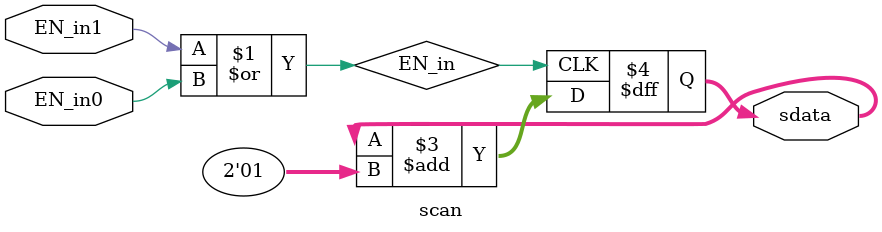
<source format=v>
`timescale 1ns / 1ps


module scan(EN_in1,EN_in0,sdata);

output [1:0] sdata;
input  EN_in1;
input  EN_in0;

reg [1:0] sdata;
wire EN_in;

assign EN_in = EN_in1 | EN_in0;

always @(posedge EN_in)
begin
	sdata <= sdata + 2'b01;
end
endmodule


</source>
